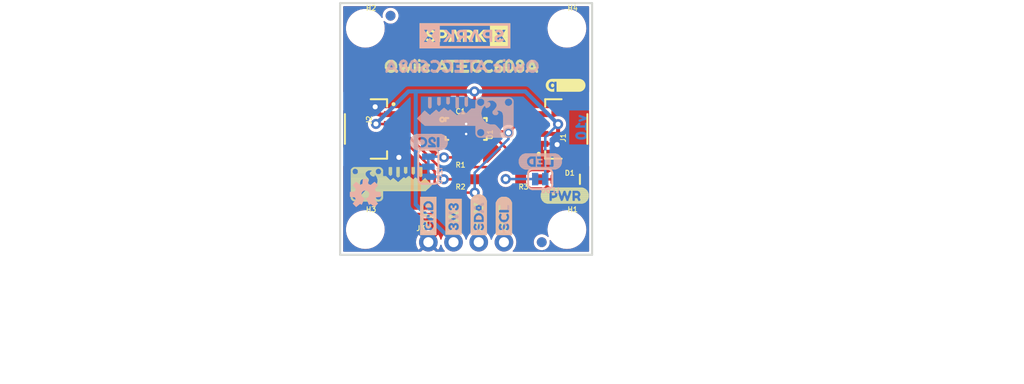
<source format=kicad_pcb>
(kicad_pcb (version 20211014) (generator pcbnew)
  (layers (0 "F.Cu" signal) (31 "B.Cu" signal) (34 "B.Paste" user) (35 "F.Paste" user) (36 "B.SilkS" user "B.Silkscreen") (37 "F.SilkS" user "F.Silkscreen") (38 "B.Mask" user) (39 "F.Mask" user) (44 "Edge.Cuts" user))
  (net 0 "")
  (net 1 "GND")
  (net 2 "SCL")
  (net 3 "SDA")
  (net 4 "3.3V")
  (net 5 "N$4")
  (net 6 "N$5")
  (net 7 "N$3")
  (net 8 "N$7")
  (footprint "eagleBoard:0603" (layer "F.Cu") (at 154.8511 110.0836 180)
    (fp_text reference "R3" (at 0 -0.762) (layer "F.SilkS") (effects (font (size 0.512064 0.512064) (thickness 0.097536)) (justify right)))
    (fp_text value "1k")
    (pad "1" smd rect (at -0.85 0 180) (size 1.1 1) (layers "F.Cu" "F.Paste" "F.Mask") (net 7 "N$3"))
    (pad "2" smd rect (at 0.85 0 180) (size 1.1 1) (layers "F.Cu" "F.Paste" "F.Mask") (net 8 "N$7"))
  )
  (footprint "eagleBoard:CREATIVE_COMMONS" (layer "F.Cu") (at 121.8311 130.4036)
    (fp_text reference "FRAME1" hide)
    (fp_text value "FRAME-LETTER" hide)
  )
  (footprint "eagleBoard:FIDUCIAL-1X2" (layer "F.Cu") (at 140.8811 93.5736)
    (fp_text reference "FD1" hide)
    (fp_text value "FIDUCIAL1X2" hide)
    (pad "1" smd roundrect (at 0 0) (size 1 1) (layers "F.Cu" "F.Mask") (roundrect_rratio 0.5))
  )
  (footprint "eagleBoard:STAND-OFF" (layer "F.Cu") (at 158.6611 115.1636)
    (fp_text reference "H1" (at 0 -2.032) (layer "F.SilkS") (effects (font (size 0.512064 0.512064) (thickness 0.097536)) (justify left)))
    (fp_text value "STAND-OFF")
    (pad "" np_thru_hole circle (at 0 0) (size 3.302 3.302) (drill 3.302) (layers *.Cu *.Mask))
  )
  (footprint "eagleBoard:FIDUCIAL-1X2" (layer "F.Cu") (at 156.1211 116.4336)
    (fp_text reference "FD2" hide)
    (fp_text value "FIDUCIAL1X2" hide)
    (pad "1" smd roundrect (at 0 0) (size 1 1) (layers "F.Cu" "F.Mask") (roundrect_rratio 0.5))
  )
  (footprint "eagleBoard:CRYPTO_COPROCESSOR_LOGO#04#PNG" (layer "F.Cu") (at 140.8811 110.49)
    (fp_text reference "U$18" hide)
    (fp_text value "" hide)
  )
  (footprint "eagleBoard:PWR0" (layer "F.Cu") (at 155.9433 111.7346)
    (fp_text reference "U$13" hide)
    (fp_text value "" hide)
  )
  (footprint "eagleBoard:3V34" (layer "F.Cu") (at 147.2311 116.205 90)
    (fp_text reference "U$2" hide)
    (fp_text value "" hide)
  )
  (footprint "eagleBoard:GND3" (layer "F.Cu") (at 144.6911 116.205 90)
    (fp_text reference "U$4" hide)
    (fp_text value "" hide)
  )
  (footprint "eagleBoard:0603" (layer "F.Cu") (at 148.5011 107.8738 180)
    (fp_text reference "R1" (at 0 -0.762) (layer "F.SilkS") (effects (font (size 0.512064 0.512064) (thickness 0.097536)) (justify right)))
    (fp_text value "4.7k")
    (pad "1" smd rect (at -0.85 0 180) (size 1.1 1) (layers "F.Cu" "F.Paste" "F.Mask") (net 3 "SDA"))
    (pad "2" smd rect (at 0.85 0 180) (size 1.1 1) (layers "F.Cu" "F.Paste" "F.Mask") (net 5 "N$4"))
  )
  (footprint "eagleBoard:STAND-OFF" (layer "F.Cu") (at 158.6611 94.8436)
    (fp_text reference "H4" (at 0 -2.032) (layer "F.SilkS") (effects (font (size 0.512064 0.512064) (thickness 0.097536)) (justify left)))
    (fp_text value "STAND-OFF")
    (pad "" np_thru_hole circle (at 0 0) (size 3.302 3.302) (drill 3.302) (layers *.Cu *.Mask))
  )
  (footprint "eagleBoard:SDA5" (layer "F.Cu") (at 149.7711 116.205 90)
    (fp_text reference "U$5" hide)
    (fp_text value "" hide)
  )
  (footprint "eagleBoard:JST04_1MM_RA" (layer "F.Cu") (at 140.8811 105.0036 -90)
    (fp_text reference "J2" (at -1.397 2.159 90) (layer "F.SilkS") (effects (font (size 0.512064 0.512064) (thickness 0.097536)) (justify right)))
    (fp_text value "QWIIC")
    (pad "1" smd rect (at -1.5 0 270) (size 0.6 1.35) (layers "F.Cu" "F.Paste" "F.Mask") (net 1 "GND"))
    (pad "2" smd rect (at -0.5 0 270) (size 0.6 1.35) (layers "F.Cu" "F.Paste" "F.Mask") (net 4 "3.3V"))
    (pad "3" smd rect (at 0.5 0 270) (size 0.6 1.35) (layers "F.Cu" "F.Paste" "F.Mask") (net 3 "SDA"))
    (pad "4" smd rect (at 1.5 0 270) (size 0.6 1.35) (layers "F.Cu" "F.Paste" "F.Mask") (net 2 "SCL"))
    (pad "NC1" smd rect (at 2.8 3.675 270) (size 1.2 2) (layers "F.Cu" "F.Paste" "F.Mask"))
    (pad "NC2" smd rect (at -2.8 3.675 270) (size 1.2 2) (layers "F.Cu" "F.Paste" "F.Mask"))
  )
  (footprint "eagleBoard:0603" (layer "F.Cu") (at 148.5011 110.0836 180)
    (fp_text reference "R2" (at 0 -0.762) (layer "F.SilkS") (effects (font (size 0.512064 0.512064) (thickness 0.097536)) (justify right)))
    (fp_text value "4.7k")
    (pad "1" smd rect (at -0.85 0 180) (size 1.1 1) (layers "F.Cu" "F.Paste" "F.Mask") (net 2 "SCL"))
    (pad "2" smd rect (at 0.85 0 180) (size 1.1 1) (layers "F.Cu" "F.Paste" "F.Mask") (net 6 "N$5"))
  )
  (footprint "eagleBoard:STAND-OFF" (layer "F.Cu") (at 138.3411 115.1636)
    (fp_text reference "H3" (at 0 -2.032) (layer "F.SilkS") (effects (font (size 0.512064 0.512064) (thickness 0.097536)) (justify left)))
    (fp_text value "STAND-OFF")
    (pad "" np_thru_hole circle (at 0 0) (size 3.302 3.302) (drill 3.302) (layers *.Cu *.Mask))
  )
  (footprint "eagleBoard:QWIIC_ATECC608A0" (layer "F.Cu") (at 139.1031 98.6536)
    (fp_text reference "U$11" hide)
    (fp_text value "" hide)
  )
  (footprint "eagleBoard:STAND-OFF" (layer "F.Cu") (at 138.3411 94.8436)
    (fp_text reference "H2" (at 0 -2.032) (layer "F.SilkS") (effects (font (size 0.512064 0.512064) (thickness 0.097536)) (justify left)))
    (fp_text value "STAND-OFF")
    (pad "" np_thru_hole circle (at 0 0) (size 3.302 3.302) (drill 3.302) (layers *.Cu *.Mask))
  )
  (footprint "eagleBoard:UDFN_2X3MM" (layer "F.Cu") (at 148.5011 105.0036 -90)
    (fp_text reference "U1" (at 0 -2.413 90) (layer "F.SilkS") (effects (font (size 0.512064 0.512064) (thickness 0.097536)) (justify right)))
    (fp_text value "ATECC608A")
    (pad "1" smd rect (at -0.75 1.45 270) (size 0.3 0.85) (layers "F.Cu" "F.Paste" "F.Mask"))
    (pad "2" smd rect (at -0.25 1.45 270) (size 0.3 0.85) (layers "F.Cu" "F.Paste" "F.Mask"))
    (pad "3" smd rect (at 0.25 1.45 270) (size 0.3 0.85) (layers "F.Cu" "F.Paste" "F.Mask"))
    (pad "4" smd rect (at 0.75 1.45 270) (size 0.3 0.85) (layers "F.Cu" "F.Paste" "F.Mask") (net 1 "GND"))
    (pad "5" smd rect (at 0.75 -1.45 270) (size 0.3 0.85) (layers "F.Cu" "F.Paste" "F.Mask") (net 3 "SDA"))
    (pad "6" smd rect (at 0.25 -1.45 270) (size 0.3 0.85) (layers "F.Cu" "F.Paste" "F.Mask") (net 2 "SCL"))
    (pad "7" smd rect (at -0.25 -1.45 270) (size 0.3 0.85) (layers "F.Cu" "F.Paste" "F.Mask"))
    (pad "8" smd rect (at -0.75 -1.45 270) (size 0.3 0.85) (layers "F.Cu" "F.Paste" "F.Mask") (net 4 "3.3V"))
    (pad "P" smd roundrect (at 0 0 270) (size 1.6 1.4) (layers "F.Cu" "F.Mask") (roundrect_rratio 0.1) (net 1 "GND"))
  )
  (footprint "eagleBoard:SPARKX-MEDIUM" (layer "F.Cu") (at 148.3741 95.6056)
    (fp_text reference "U$19" hide)
    (fp_text value "" hide)
  )
  (footprint "eagleBoard:QWIIC_4MM" (layer "F.Cu") (at 158.5341 100.6094)
    (fp_text reference "U$16" hide)
    (fp_text value "" hide)
  )
  (footprint "eagleBoard:1X04_NO_SILK" (layer "F.Cu") (at 144.6911 116.4336)
    (fp_text reference "J3" (at -1.27 -1.397) (layer "F.SilkS") (effects (font (size 0.512064 0.512064) (thickness 0.097536)) (justify left)))
    (fp_text value "PTH")
    (pad "1" thru_hole circle (at 0 0 90) (size 1.8796 1.8796) (drill 1.016) (layers *.Cu *.Mask) (net 1 "GND"))
    (pad "2" thru_hole circle (at 2.54 0 90) (size 1.8796 1.8796) (drill 1.016) (layers *.Cu *.Mask) (net 4 "3.3V"))
    (pad "3" thru_hole circle (at 5.08 0 90) (size 1.8796 1.8796) (drill 1.016) (layers *.Cu *.Mask) (net 3 "SDA"))
    (pad "4" thru_hole circle (at 7.62 0 90) (size 1.8796 1.8796) (drill 1.016) (layers *.Cu *.Mask) (net 2 "SCL"))
  )
  (footprint "eagleBoard:LED-0603" (layer "F.Cu") (at 158.3817 110.0836)
    (fp_text reference "D1" (at 0 -0.635) (layer "F.SilkS") (effects (font (size 0.512064 0.512064) (thickness 0.097536)) (justify left)))
    (fp_text value "RED")
    (pad "A" smd roundrect (at -0.877 0 270) (size 1 1) (layers "F.Cu" "F.Paste" "F.Mask") (roundrect_rratio 0.15) (net 7 "N$3"))
    (pad "C" smd roundrect (at 0.877 0 270) (size 1 1) (layers "F.Cu" "F.Paste" "F.Mask") (roundrect_rratio 0.15) (net 1 "GND"))
  )
  (footprint "eagleBoard:JST04_1MM_RA" (layer "F.Cu") (at 156.1211 105.0036 90)
    (fp_text reference "J1" (at -1.397 2.159 90) (layer "F.SilkS") (effects (font (size 0.512064 0.512064) (thickness 0.097536)) (justify left)))
    (fp_text value "QWIIC")
    (pad "1" smd rect (at -1.5 0 90) (size 0.6 1.35) (layers "F.Cu" "F.Paste" "F.Mask") (net 1 "GND"))
    (pad "2" smd rect (at -0.5 0 90) (size 0.6 1.35) (layers "F.Cu" "F.Paste" "F.Mask") (net 4 "3.3V"))
    (pad "3" smd rect (at 0.5 0 90) (size 0.6 1.35) (layers "F.Cu" "F.Paste" "F.Mask") (net 3 "SDA"))
    (pad "4" smd rect (at 1.5 0 90) (size 0.6 1.35) (layers "F.Cu" "F.Paste" "F.Mask") (net 2 "SCL"))
    (pad "NC1" smd rect (at 2.8 3.675 90) (size 1.2 2) (layers "F.Cu" "F.Paste" "F.Mask"))
    (pad "NC2" smd rect (at -2.8 3.675 90) (size 1.2 2) (layers "F.Cu" "F.Paste" "F.Mask"))
  )
  (footprint "eagleBoard:SCL6" (layer "F.Cu") (at 152.3111 116.205 90)
    (fp_text reference "U$6" hide)
    (fp_text value "" hide)
  )
  (footprint "eagleBoard:0603" (layer "F.Cu") (at 148.5011 102.4636 180)
    (fp_text reference "C1" (at 0 -0.762) (layer "F.SilkS") (effects (font (size 0.512064 0.512064) (thickness 0.097536)) (justify right)))
    (fp_text value "0.1uF")
    (pad "1" smd rect (at -0.85 0 180) (size 1.1 1) (layers "F.Cu" "F.Paste" "F.Mask") (net 4 "3.3V"))
    (pad "2" smd rect (at 0.85 0 180) (size 1.1 1) (layers "F.Cu" "F.Paste" "F.Mask") (net 1 "GND"))
  )
  (footprint "eagleBoard:GND3" (layer "B.Cu") (at 144.6911 116.205 90)
    (fp_text reference "U$8" hide)
    (fp_text value "" hide)
  )
  (footprint "eagleBoard:QWIIC_ATECC608A0" (layer "B.Cu") (at 157.0101 98.6536 180)
    (fp_text reference "U$12" hide)
    (fp_text value "" hide)
  )
  (footprint "eagleBoard:I2C0" (layer "B.Cu") (at 146.7739 106.3244 180)
    (fp_text reference "U$22" hide)
    (fp_text value "" hide)
  )
  (footprint "eagleBoard:FIDUCIAL-1X2" (layer "B.Cu") (at 156.1211 116.4336 180)
    (fp_text reference "FD3" hide)
    (fp_text value "FIDUCIAL1X2" hide)
    (pad "1" smd roundrect (at 0 0 180) (size 1 1) (layers "B.Cu" "B.Mask") (roundrect_rratio 0.5))
  )
  (footprint "eagleBoard:OSHW-LOGO-S" (layer "B.Cu") (at 138.3411 111.6076 180)
    (fp_text reference "LOGO4" hide)
    (fp_text value "OSHW-LOGOS" hide)
  )
  (footprint "eagleBoard:SMT-JUMPER_2_NC_TRACE_SILK" (layer "B.Cu") (at 155.9687 110.0582)
    (fp_text reference "LED0" (at 0 1.143) (layer "B.SilkS") (effects (font (size 0.512064 0.512064) (thickness 0.097536)) (justify right mirror)))
    (fp_text value "")
    (fp_poly (pts (xy -0.2032 -0.127) (xy 0.2032 -0.127) (xy 0.2032 0.127) (xy -0.2032 0.127)) (layer "B.Cu") (width 0) (fill solid))
    (pad "1" smd rect (at -0.508 0) (size 0.635 1.27) (layers "B.Cu" "B.Mask") (net 8 "N$7"))
    (pad "2" smd rect (at 0.508 0) (size 0.635 1.27) (layers "B.Cu" "B.Mask") (net 4 "3.3V"))
  )
  (footprint "eagleBoard:SDA5" (layer "B.Cu") (at 149.7711 116.205 90)
    (fp_text reference "U$3" hide)
    (fp_text value "" hide)
  )
  (footprint "eagleBoard:SCL6" (layer "B.Cu") (at 152.3111 116.205 90)
    (fp_text reference "U$10" hide)
    (fp_text value "" hide)
  )
  (footprint "eagleBoard:SMT-JUMPER_3_2-NC_TRACE_SILK" (layer "B.Cu") (at 144.6911 108.8136 90)
    (fp_text reference "I2C0" (at 0 1.143 90) (layer "B.SilkS") (effects (font (size 0.512064 0.512064) (thickness 0.097536)) (justify left mirror)))
    (fp_text value "")
    (fp_poly (pts (xy -0.7112 -0.127) (xy -0.3048 -0.127) (xy -0.3048 0.127) (xy -0.7112 0.127)) (layer "B.Cu") (width 0) (fill solid))
    (fp_poly (pts (xy 0.3048 -0.127) (xy 0.7112 -0.127) (xy 0.7112 0.127) (xy 0.3048 0.127)) (layer "B.Cu") (width 0) (fill solid))
    (pad "1" smd rect (at -1.016 0 90) (size 0.635 1.27) (layers "B.Cu" "B.Mask") (net 6 "N$5"))
    (pad "2" smd rect (at 0 0 90) (size 0.635 1.27) (layers "B.Cu" "B.Mask") (net 4 "3.3V"))
    (pad "3" smd rect (at 1.016 0 90) (size 0.635 1.27) (layers "B.Cu" "B.Mask") (net 5 "N$4"))
  )
  (footprint "eagleBoard:CRYPTO_COPROCESSOR_LOGO#04#PNG" (layer "B.Cu") (at 148.5011 103.7336 180)
    (fp_text reference "U$15" hide)
    (fp_text value "" hide)
  )
  (footprint "eagleBoard:3V34" (layer "B.Cu") (at 147.2311 116.205 90)
    (fp_text reference "U$7" hide)
    (fp_text value "" hide)
  )
  (footprint "eagleBoard:LED0" (layer "B.Cu") (at 158.2801 108.2802 180)
    (fp_text reference "U$1" hide)
    (fp_text value "" hide)
  )
  (footprint "eagleBoard:SPARKX-MEDIUM" (layer "B.Cu") (at 148.3741 95.6056 180)
    (fp_text reference "U$9" hide)
    (fp_text value "" hide)
  )
  (footprint "eagleBoard:FIDUCIAL-1X2" (layer "B.Cu") (at 140.8811 93.5736 180)
    (fp_text reference "FD4" hide)
    (fp_text value "FIDUCIAL1X2" hide)
    (pad "1" smd roundrect (at 0 0 180) (size 1 1) (layers "B.Cu" "B.Mask") (roundrect_rratio 0.5))
  )
  (gr_line (start 161.2011 92.3036) (end 161.2011 117.7036) (layer "Edge.Cuts") (width 0.2032))
  (gr_line (start 161.2011 117.7036) (end 135.8011 117.7036) (layer "Edge.Cuts") (width 0.2032))
  (gr_line (start 135.8011 92.3036) (end 161.2011 92.3036) (layer "Edge.Cuts") (width 0.2032))
  (gr_line (start 135.8011 117.7036) (end 135.8011 92.3036) (layer "Edge.Cuts") (width 0.2032))
  (gr_text "v10" (at 160.1597 104.8512 -270) (layer "B.Cu") (effects (font (size 0.9652 0.9652) (thickness 0.3048)) (justify mirror)))
  (segment (start 147.0511 105.7536) (end 146.2031 105.7536) (width 0.254) (layer "F.Cu") (net 1))
  (via (at 148.5011 104.4956) (size 0.762) (drill 0.254) (layers "F.Cu" "B.Cu") (net 1))
  (via (at 148.5011 105.5116) (size 0.762) (drill 0.254) (layers "F.Cu" "B.Cu") (net 1))
  (via (at 139.3317 102.7684) (size 1.016) (drill 0.508) (layers "F.Cu" "B.Cu") (net 1))
  (via (at 157.6705 106.5784) (size 1.016) (drill 0.508) (layers "F.Cu" "B.Cu") (net 1))
  (via (at 141.7193 107.8738) (size 1.016) (drill 0.508) (layers "F.Cu" "B.Cu") (net 1))
  (segment (start 152.6373 105.2536) (end 149.9511 105.2536) (width 0.254) (layer "F.Cu") (net 2))
  (segment (start 146.3167 111.4298) (end 149.3647 111.4298) (width 0.254) (layer "F.Cu") (net 2))
  (segment (start 152.7683 105.3846) (end 152.6373 105.2536) (width 0.254) (layer "F.Cu") (net 2))
  (segment (start 156.1211 103.5036) (end 154.6493 103.5036) (width 0.254) (layer "F.Cu") (net 2))
  (segment (start 142.5589 106.5036) (end 145.3261 109.2708) (width 0.254) (layer "F.Cu") (net 2))
  (segment (start 149.3647 111.4298) (end 152.3111 114.3762) (width 0.254) (layer "F.Cu") (net 2))
  (segment (start 149.3647 110.0972) (end 149.3647 111.4298) (width 0.254) (layer "F.Cu") (net 2))
  (segment (start 154.6493 103.5036) (end 152.7683 105.3846) (width 0.254) (layer "F.Cu") (net 2))
  (segment (start 152.3111 114.3762) (end 152.3111 116.4336) (width 0.254) (layer "F.Cu") (net 2))
  (segment (start 140.8811 106.5036) (end 142.5589 106.5036) (width 0.254) (layer "F.Cu") (net 2))
  (segment (start 149.3511 110.0836) (end 149.3647 110.0972) (width 0.254) (layer "F.Cu") (net 2))
  (segment (start 145.3261 109.2708) (end 145.3261 110.4392) (width 0.254) (layer "F.Cu") (net 2))
  (segment (start 145.3261 110.4392) (end 146.3167 111.4298) (width 0.254) (layer "F.Cu") (net 2))
  (via (at 152.7683 105.3846) (size 1.016) (drill 0.508) (layers "F.Cu" "B.Cu") (net 2))
  (via (at 149.3647 111.4298) (size 1.016) (drill 0.508) (layers "F.Cu" "B.Cu") (net 2))
  (segment (start 152.7683 105.3846) (end 152.7683 106.0196) (width 0.254) (layer "B.Cu") (net 2))
  (segment (start 149.3647 109.4232) (end 149.3647 111.4298) (width 0.254) (layer "B.Cu") (net 2))
  (segment (start 152.7683 106.0196) (end 149.3647 109.4232) (width 0.254) (layer "B.Cu") (net 2))
  (segment (start 148.7805 113.5888) (end 142.9131 113.5888) (width 0.254) (layer "F.Cu") (net 3))
  (segment (start 145.7951 108.8508) (end 149.3647 108.8508) (width 0.254) (layer "F.Cu") (net 3))
  (segment (start 152.6286 107.0737) (end 150.8515 108.8508) (width 0.254) (layer "F.Cu") (net 3))
  (segment (start 149.7711 114.5794) (end 148.7805 113.5888) (width 0.254) (layer "F.Cu") (net 3))
  (segment (start 156.1211 104.5036) (end 155.1987 104.5036) (width 0.254) (layer "F.Cu") (net 3))
  (segment (start 149.3511 107.8738) (end 149.3647 107.8874) (width 0.254) (layer "F.Cu") (net 3))
  (segment (start 149.7711 116.4336) (end 149.7711 114.5794) (width 0.254) (layer "F.Cu") (net 3))
  (segment (start 139.7127 110.3884) (end 139.7127 105.7656) (width 0.254) (layer "F.Cu") (net 3))
  (segment (start 151.3339 105.7536) (end 152.6286 107.0483) (width 0.254) (layer "F.Cu") (net 3))
  (segment (start 142.4479 105.5036) (end 145.7951 108.8508) (width 0.254) (layer "F.Cu") (net 3))
  (segment (start 152.6286 107.0483) (end 152.6286 107.0737) (width 0.254) (layer "F.Cu") (net 3))
  (segment (start 140.8811 105.5036) (end 142.4479 105.5036) (width 0.254) (layer "F.Cu") (net 3))
  (segment (start 150.8515 108.8508) (end 149.3647 108.8508) (width 0.254) (layer "F.Cu") (net 3))
  (segment (start 155.1987 104.5036) (end 152.6286 107.0737) (width 0.254) (layer "F.Cu") (net 3))
  (segment (start 139.7127 105.7656) (end 139.9747 105.5036) (width 0.254) (layer "F.Cu") (net 3))
  (segment (start 149.3647 107.8874) (end 149.3647 108.8508) (width 0.254) (layer "F.Cu") (net 3))
  (segment (start 139.9747 105.5036) (end 140.8811 105.5036) (width 0.254) (layer "F.Cu") (net 3))
  (segment (start 142.9131 113.5888) (end 139.7127 110.3884) (width 0.254) (layer "F.Cu") (net 3))
  (segment (start 149.9511 105.7536) (end 151.3339 105.7536) (width 0.254) (layer "F.Cu") (net 3))
  (segment (start 157.7721 105.3592) (end 157.7721 104.521) (width 0.4064) (layer "F.Cu") (net 4))
  (segment (start 149.9511 104.2536) (end 150.7751 104.2536) (width 0.254) (layer "F.Cu") (net 4))
  (segment (start 151.0157 104.013) (end 151.0157 102.7684) (width 0.254) (layer "F.Cu") (net 4))
  (segment (start 157.6277 105.5036) (end 157.7721 105.3592) (width 0.4064) (layer "F.Cu") (net 4))
  (segment (start 139.4159 104.5036) (end 140.8811 104.5036) (width 0.254) (layer "F.Cu") (net 4))
  (segment (start 150.7109 102.4636) (end 149.3511 102.4636) (width 0.254) (layer "F.Cu") (net 4))
  (segment (start 139.4079 104.4956) (end 139.4159 104.5036) (width 0.254) (layer "F.Cu") (net 4))
  (segment (start 156.1211 105.5036) (end 157.6277 105.5036) (width 0.4064) (layer "F.Cu") (net 4))
  (segment (start 150.7751 104.2536) (end 151.0157 104.013) (width 0.254) (layer "F.Cu") (net 4))
  (segment (start 151.0157 102.7684) (end 150.7109 102.4636) (width 0.254) (layer "F.Cu") (net 4))
  (segment (start 149.3511 102.4636) (end 149.3511 101.2308) (width 0.254) (layer "F.Cu") (net 4))
  (segment (start 149.3511 101.2308) (end 149.3393 101.219) (width 0.254) (layer "F.Cu") (net 4))
  (via (at 157.7721 104.521) (size 1.016) (drill 0.508) (layers "F.Cu" "B.Cu") (net 4))
  (via (at 149.3393 101.219) (size 1.016) (drill 0.508) (layers "F.Cu" "B.Cu") (net 4))
  (via (at 139.4079 104.4956) (size 1.016) (drill 0.508) (layers "F.Cu" "B.Cu") (net 4))
  (segment (start 157.7721 104.521) (end 154.4701 101.219) (width 0.4064) (layer "B.Cu") (net 4))
  (segment (start 156.4767 105.8164) (end 157.7721 104.521) (width 0.254) (layer "B.Cu") (net 4))
  (segment (start 143.4211 112.6236) (end 147.2311 116.4336) (width 0.4064) (layer "B.Cu") (net 4))
  (segment (start 142.6845 101.219) (end 143.4211 101.219) (width 0.4064) (layer "B.Cu") (net 4))
  (segment (start 143.4211 112.6236) (end 143.4211 108.8136) (width 0.4064) (layer "B.Cu") (net 4))
  (segment (start 143.4211 101.219) (end 149.3393 101.219) (width 0.4064) (layer "B.Cu") (net 4))
  (segment (start 144.6911 108.8136) (end 143.4211 108.8136) (width 0.254) (layer "B.Cu") (net 4))
  (segment (start 154.4701 101.219) (end 149.3393 101.219) (width 0.4064) (layer "B.Cu") (net 4))
  (segment (start 143.4211 108.8136) (end 143.4211 101.219) (width 0.4064) (layer "B.Cu") (net 4))
  (segment (start 156.4767 110.0582) (end 156.4767 105.8164) (width 0.254) (layer "B.Cu") (net 4))
  (segment (start 139.4079 104.4956) (end 142.6845 101.219) (width 0.4064) (layer "B.Cu") (net 4))
  (segment (start 147.6511 107.8738) (end 146.2659 107.8738) (width 0.254) (layer "F.Cu") (net 5))
  (via (at 146.2659 107.8738) (size 1.016) (drill 0.508) (layers "F.Cu" "B.Cu") (net 5))
  (segment (start 146.1897 107.7976) (end 144.6911 107.7976) (width 0.254) (layer "B.Cu") (net 5))
  (segment (start 146.2659 107.8738) (end 146.1897 107.7976) (width 0.254) (layer "B.Cu") (net 5))
  (segment (start 147.6511 110.0836) (end 146.2405 110.0836) (width 0.254) (layer "F.Cu") (net 6))
  (via (at 146.2405 110.0836) (size 1.016) (drill 0.508) (layers "F.Cu" "B.Cu") (net 6))
  (segment (start 146.2405 110.0836) (end 145.9865 109.8296) (width 0.254) (layer "B.Cu") (net 6))
  (segment (start 145.9865 109.8296) (end 144.6911 109.8296) (width 0.254) (layer "B.Cu") (net 6))
  (segment (start 157.5047 110.0836) (end 155.7011 110.0836) (width 0.254) (layer "F.Cu") (net 7))
  (segment (start 153.9757 110.0582) (end 154.0011 110.0836) (width 0.254) (layer "F.Cu") (net 8))
  (segment (start 152.4889 110.0582) (end 153.9757 110.0582) (width 0.254) (layer "F.Cu") (net 8))
  (via (at 152.4889 110.0582) (size 1.016) (drill 0.508) (layers "F.Cu" "B.Cu") (net 8))
  (segment (start 155.4607 110.0582) (end 152.4889 110.0582) (width 0.254) (layer "B.Cu") (net 8))
  (zone (net 1) (net_name "GND") (layer "F.Cu") (priority 6) (connect_pads (clearance 0.3048)) (min_thickness 0.127) (fill yes (thermal_gap 0.304) (thermal_bridge_width 0.304))
    (polygon (pts (xy 161.3281 117.8306) (xy 135.6741 117.8306) (xy 135.6741 92.1766) (xy 161.3281 92.1766)))
  )
  (zone (net 1) (net_name "GND") (layer "B.Cu") (priority 6) (connect_pads (clearance 0.3048)) (min_thickness 0.127) (fill yes (thermal_gap 0.304) (thermal_bridge_width 0.304))
    (polygon (pts (xy 161.3281 117.8306) (xy 135.6741 117.8306) (xy 135.6741 92.1766) (xy 161.3281 92.1766)))
  )
)
</source>
